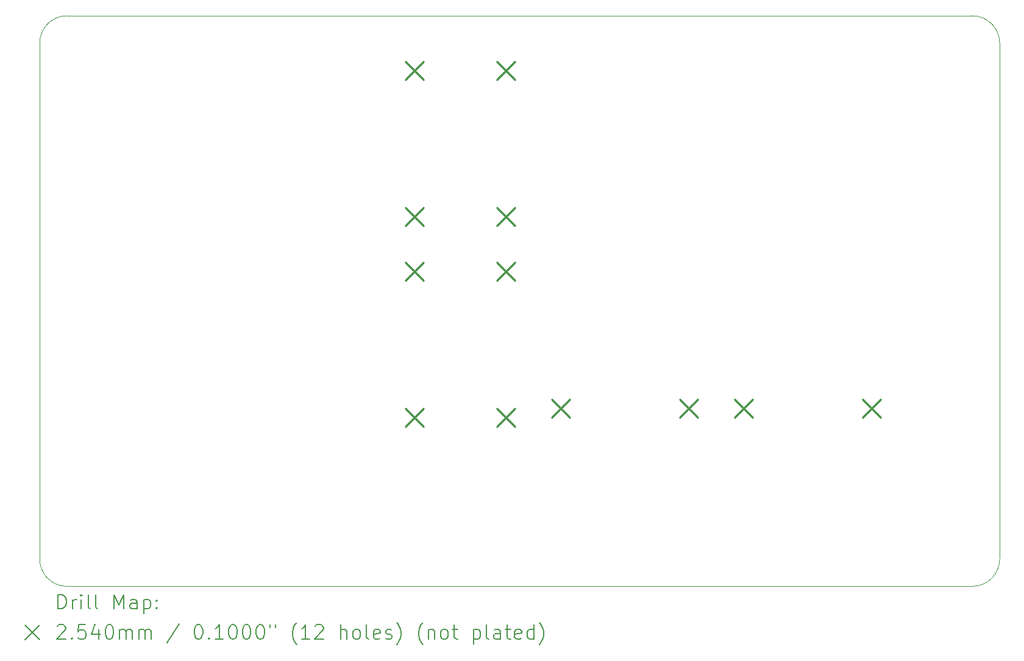
<source format=gbr>
%FSLAX45Y45*%
G04 Gerber Fmt 4.5, Leading zero omitted, Abs format (unit mm)*
G04 Created by KiCad (PCBNEW (6.0.5-0)) date 2022-09-02 11:49:23*
%MOMM*%
%LPD*%
G01*
G04 APERTURE LIST*
%TA.AperFunction,Profile*%
%ADD10C,0.050000*%
%TD*%
%ADD11C,0.200000*%
%ADD12C,0.254000*%
G04 APERTURE END LIST*
D10*
X9144000Y-5715000D02*
G75*
G03*
X8763000Y-6096000I0J-381000D01*
G01*
X8763000Y-13271500D02*
G75*
G03*
X9144000Y-13652500I381000J0D01*
G01*
X21717000Y-13652500D02*
G75*
G03*
X22098000Y-13271500I0J381000D01*
G01*
X8763000Y-13271500D02*
X8763000Y-6096000D01*
X22098000Y-6096000D02*
X22098000Y-13271500D01*
X22098000Y-6096000D02*
G75*
G03*
X21717000Y-5715000I-381000J0D01*
G01*
X9144000Y-13652500D02*
X21717000Y-13652500D01*
X9144000Y-5715000D02*
X21717000Y-5715000D01*
D11*
D12*
X13843000Y-6350000D02*
X14097000Y-6604000D01*
X14097000Y-6350000D02*
X13843000Y-6604000D01*
X13843000Y-8382000D02*
X14097000Y-8636000D01*
X14097000Y-8382000D02*
X13843000Y-8636000D01*
X13843000Y-9144000D02*
X14097000Y-9398000D01*
X14097000Y-9144000D02*
X13843000Y-9398000D01*
X13843000Y-11176000D02*
X14097000Y-11430000D01*
X14097000Y-11176000D02*
X13843000Y-11430000D01*
X15113000Y-6350000D02*
X15367000Y-6604000D01*
X15367000Y-6350000D02*
X15113000Y-6604000D01*
X15113000Y-8382000D02*
X15367000Y-8636000D01*
X15367000Y-8382000D02*
X15113000Y-8636000D01*
X15113000Y-9144000D02*
X15367000Y-9398000D01*
X15367000Y-9144000D02*
X15113000Y-9398000D01*
X15113000Y-11176000D02*
X15367000Y-11430000D01*
X15367000Y-11176000D02*
X15113000Y-11430000D01*
X15875000Y-11049000D02*
X16129000Y-11303000D01*
X16129000Y-11049000D02*
X15875000Y-11303000D01*
X17653000Y-11049000D02*
X17907000Y-11303000D01*
X17907000Y-11049000D02*
X17653000Y-11303000D01*
X18415000Y-11049000D02*
X18669000Y-11303000D01*
X18669000Y-11049000D02*
X18415000Y-11303000D01*
X20193000Y-11049000D02*
X20447000Y-11303000D01*
X20447000Y-11049000D02*
X20193000Y-11303000D01*
D11*
X9018119Y-13965476D02*
X9018119Y-13765476D01*
X9065738Y-13765476D01*
X9094310Y-13775000D01*
X9113357Y-13794048D01*
X9122881Y-13813095D01*
X9132405Y-13851190D01*
X9132405Y-13879762D01*
X9122881Y-13917857D01*
X9113357Y-13936905D01*
X9094310Y-13955952D01*
X9065738Y-13965476D01*
X9018119Y-13965476D01*
X9218119Y-13965476D02*
X9218119Y-13832143D01*
X9218119Y-13870238D02*
X9227643Y-13851190D01*
X9237167Y-13841667D01*
X9256214Y-13832143D01*
X9275262Y-13832143D01*
X9341929Y-13965476D02*
X9341929Y-13832143D01*
X9341929Y-13765476D02*
X9332405Y-13775000D01*
X9341929Y-13784524D01*
X9351452Y-13775000D01*
X9341929Y-13765476D01*
X9341929Y-13784524D01*
X9465738Y-13965476D02*
X9446690Y-13955952D01*
X9437167Y-13936905D01*
X9437167Y-13765476D01*
X9570500Y-13965476D02*
X9551452Y-13955952D01*
X9541929Y-13936905D01*
X9541929Y-13765476D01*
X9799071Y-13965476D02*
X9799071Y-13765476D01*
X9865738Y-13908333D01*
X9932405Y-13765476D01*
X9932405Y-13965476D01*
X10113357Y-13965476D02*
X10113357Y-13860714D01*
X10103833Y-13841667D01*
X10084786Y-13832143D01*
X10046690Y-13832143D01*
X10027643Y-13841667D01*
X10113357Y-13955952D02*
X10094310Y-13965476D01*
X10046690Y-13965476D01*
X10027643Y-13955952D01*
X10018119Y-13936905D01*
X10018119Y-13917857D01*
X10027643Y-13898809D01*
X10046690Y-13889286D01*
X10094310Y-13889286D01*
X10113357Y-13879762D01*
X10208595Y-13832143D02*
X10208595Y-14032143D01*
X10208595Y-13841667D02*
X10227643Y-13832143D01*
X10265738Y-13832143D01*
X10284786Y-13841667D01*
X10294310Y-13851190D01*
X10303833Y-13870238D01*
X10303833Y-13927381D01*
X10294310Y-13946428D01*
X10284786Y-13955952D01*
X10265738Y-13965476D01*
X10227643Y-13965476D01*
X10208595Y-13955952D01*
X10389548Y-13946428D02*
X10399071Y-13955952D01*
X10389548Y-13965476D01*
X10380024Y-13955952D01*
X10389548Y-13946428D01*
X10389548Y-13965476D01*
X10389548Y-13841667D02*
X10399071Y-13851190D01*
X10389548Y-13860714D01*
X10380024Y-13851190D01*
X10389548Y-13841667D01*
X10389548Y-13860714D01*
X8560500Y-14195000D02*
X8760500Y-14395000D01*
X8760500Y-14195000D02*
X8560500Y-14395000D01*
X9008595Y-14204524D02*
X9018119Y-14195000D01*
X9037167Y-14185476D01*
X9084786Y-14185476D01*
X9103833Y-14195000D01*
X9113357Y-14204524D01*
X9122881Y-14223571D01*
X9122881Y-14242619D01*
X9113357Y-14271190D01*
X8999071Y-14385476D01*
X9122881Y-14385476D01*
X9208595Y-14366428D02*
X9218119Y-14375952D01*
X9208595Y-14385476D01*
X9199071Y-14375952D01*
X9208595Y-14366428D01*
X9208595Y-14385476D01*
X9399071Y-14185476D02*
X9303833Y-14185476D01*
X9294310Y-14280714D01*
X9303833Y-14271190D01*
X9322881Y-14261667D01*
X9370500Y-14261667D01*
X9389548Y-14271190D01*
X9399071Y-14280714D01*
X9408595Y-14299762D01*
X9408595Y-14347381D01*
X9399071Y-14366428D01*
X9389548Y-14375952D01*
X9370500Y-14385476D01*
X9322881Y-14385476D01*
X9303833Y-14375952D01*
X9294310Y-14366428D01*
X9580024Y-14252143D02*
X9580024Y-14385476D01*
X9532405Y-14175952D02*
X9484786Y-14318809D01*
X9608595Y-14318809D01*
X9722881Y-14185476D02*
X9741929Y-14185476D01*
X9760976Y-14195000D01*
X9770500Y-14204524D01*
X9780024Y-14223571D01*
X9789548Y-14261667D01*
X9789548Y-14309286D01*
X9780024Y-14347381D01*
X9770500Y-14366428D01*
X9760976Y-14375952D01*
X9741929Y-14385476D01*
X9722881Y-14385476D01*
X9703833Y-14375952D01*
X9694310Y-14366428D01*
X9684786Y-14347381D01*
X9675262Y-14309286D01*
X9675262Y-14261667D01*
X9684786Y-14223571D01*
X9694310Y-14204524D01*
X9703833Y-14195000D01*
X9722881Y-14185476D01*
X9875262Y-14385476D02*
X9875262Y-14252143D01*
X9875262Y-14271190D02*
X9884786Y-14261667D01*
X9903833Y-14252143D01*
X9932405Y-14252143D01*
X9951452Y-14261667D01*
X9960976Y-14280714D01*
X9960976Y-14385476D01*
X9960976Y-14280714D02*
X9970500Y-14261667D01*
X9989548Y-14252143D01*
X10018119Y-14252143D01*
X10037167Y-14261667D01*
X10046690Y-14280714D01*
X10046690Y-14385476D01*
X10141929Y-14385476D02*
X10141929Y-14252143D01*
X10141929Y-14271190D02*
X10151452Y-14261667D01*
X10170500Y-14252143D01*
X10199071Y-14252143D01*
X10218119Y-14261667D01*
X10227643Y-14280714D01*
X10227643Y-14385476D01*
X10227643Y-14280714D02*
X10237167Y-14261667D01*
X10256214Y-14252143D01*
X10284786Y-14252143D01*
X10303833Y-14261667D01*
X10313357Y-14280714D01*
X10313357Y-14385476D01*
X10703833Y-14175952D02*
X10532405Y-14433095D01*
X10960976Y-14185476D02*
X10980024Y-14185476D01*
X10999071Y-14195000D01*
X11008595Y-14204524D01*
X11018119Y-14223571D01*
X11027643Y-14261667D01*
X11027643Y-14309286D01*
X11018119Y-14347381D01*
X11008595Y-14366428D01*
X10999071Y-14375952D01*
X10980024Y-14385476D01*
X10960976Y-14385476D01*
X10941929Y-14375952D01*
X10932405Y-14366428D01*
X10922881Y-14347381D01*
X10913357Y-14309286D01*
X10913357Y-14261667D01*
X10922881Y-14223571D01*
X10932405Y-14204524D01*
X10941929Y-14195000D01*
X10960976Y-14185476D01*
X11113357Y-14366428D02*
X11122881Y-14375952D01*
X11113357Y-14385476D01*
X11103833Y-14375952D01*
X11113357Y-14366428D01*
X11113357Y-14385476D01*
X11313357Y-14385476D02*
X11199071Y-14385476D01*
X11256214Y-14385476D02*
X11256214Y-14185476D01*
X11237167Y-14214048D01*
X11218119Y-14233095D01*
X11199071Y-14242619D01*
X11437167Y-14185476D02*
X11456214Y-14185476D01*
X11475262Y-14195000D01*
X11484786Y-14204524D01*
X11494309Y-14223571D01*
X11503833Y-14261667D01*
X11503833Y-14309286D01*
X11494309Y-14347381D01*
X11484786Y-14366428D01*
X11475262Y-14375952D01*
X11456214Y-14385476D01*
X11437167Y-14385476D01*
X11418119Y-14375952D01*
X11408595Y-14366428D01*
X11399071Y-14347381D01*
X11389548Y-14309286D01*
X11389548Y-14261667D01*
X11399071Y-14223571D01*
X11408595Y-14204524D01*
X11418119Y-14195000D01*
X11437167Y-14185476D01*
X11627643Y-14185476D02*
X11646690Y-14185476D01*
X11665738Y-14195000D01*
X11675262Y-14204524D01*
X11684786Y-14223571D01*
X11694309Y-14261667D01*
X11694309Y-14309286D01*
X11684786Y-14347381D01*
X11675262Y-14366428D01*
X11665738Y-14375952D01*
X11646690Y-14385476D01*
X11627643Y-14385476D01*
X11608595Y-14375952D01*
X11599071Y-14366428D01*
X11589548Y-14347381D01*
X11580024Y-14309286D01*
X11580024Y-14261667D01*
X11589548Y-14223571D01*
X11599071Y-14204524D01*
X11608595Y-14195000D01*
X11627643Y-14185476D01*
X11818119Y-14185476D02*
X11837167Y-14185476D01*
X11856214Y-14195000D01*
X11865738Y-14204524D01*
X11875262Y-14223571D01*
X11884786Y-14261667D01*
X11884786Y-14309286D01*
X11875262Y-14347381D01*
X11865738Y-14366428D01*
X11856214Y-14375952D01*
X11837167Y-14385476D01*
X11818119Y-14385476D01*
X11799071Y-14375952D01*
X11789548Y-14366428D01*
X11780024Y-14347381D01*
X11770500Y-14309286D01*
X11770500Y-14261667D01*
X11780024Y-14223571D01*
X11789548Y-14204524D01*
X11799071Y-14195000D01*
X11818119Y-14185476D01*
X11960976Y-14185476D02*
X11960976Y-14223571D01*
X12037167Y-14185476D02*
X12037167Y-14223571D01*
X12332405Y-14461667D02*
X12322881Y-14452143D01*
X12303833Y-14423571D01*
X12294309Y-14404524D01*
X12284786Y-14375952D01*
X12275262Y-14328333D01*
X12275262Y-14290238D01*
X12284786Y-14242619D01*
X12294309Y-14214048D01*
X12303833Y-14195000D01*
X12322881Y-14166428D01*
X12332405Y-14156905D01*
X12513357Y-14385476D02*
X12399071Y-14385476D01*
X12456214Y-14385476D02*
X12456214Y-14185476D01*
X12437167Y-14214048D01*
X12418119Y-14233095D01*
X12399071Y-14242619D01*
X12589548Y-14204524D02*
X12599071Y-14195000D01*
X12618119Y-14185476D01*
X12665738Y-14185476D01*
X12684786Y-14195000D01*
X12694309Y-14204524D01*
X12703833Y-14223571D01*
X12703833Y-14242619D01*
X12694309Y-14271190D01*
X12580024Y-14385476D01*
X12703833Y-14385476D01*
X12941928Y-14385476D02*
X12941928Y-14185476D01*
X13027643Y-14385476D02*
X13027643Y-14280714D01*
X13018119Y-14261667D01*
X12999071Y-14252143D01*
X12970500Y-14252143D01*
X12951452Y-14261667D01*
X12941928Y-14271190D01*
X13151452Y-14385476D02*
X13132405Y-14375952D01*
X13122881Y-14366428D01*
X13113357Y-14347381D01*
X13113357Y-14290238D01*
X13122881Y-14271190D01*
X13132405Y-14261667D01*
X13151452Y-14252143D01*
X13180024Y-14252143D01*
X13199071Y-14261667D01*
X13208595Y-14271190D01*
X13218119Y-14290238D01*
X13218119Y-14347381D01*
X13208595Y-14366428D01*
X13199071Y-14375952D01*
X13180024Y-14385476D01*
X13151452Y-14385476D01*
X13332405Y-14385476D02*
X13313357Y-14375952D01*
X13303833Y-14356905D01*
X13303833Y-14185476D01*
X13484786Y-14375952D02*
X13465738Y-14385476D01*
X13427643Y-14385476D01*
X13408595Y-14375952D01*
X13399071Y-14356905D01*
X13399071Y-14280714D01*
X13408595Y-14261667D01*
X13427643Y-14252143D01*
X13465738Y-14252143D01*
X13484786Y-14261667D01*
X13494309Y-14280714D01*
X13494309Y-14299762D01*
X13399071Y-14318809D01*
X13570500Y-14375952D02*
X13589548Y-14385476D01*
X13627643Y-14385476D01*
X13646690Y-14375952D01*
X13656214Y-14356905D01*
X13656214Y-14347381D01*
X13646690Y-14328333D01*
X13627643Y-14318809D01*
X13599071Y-14318809D01*
X13580024Y-14309286D01*
X13570500Y-14290238D01*
X13570500Y-14280714D01*
X13580024Y-14261667D01*
X13599071Y-14252143D01*
X13627643Y-14252143D01*
X13646690Y-14261667D01*
X13722881Y-14461667D02*
X13732405Y-14452143D01*
X13751452Y-14423571D01*
X13760976Y-14404524D01*
X13770500Y-14375952D01*
X13780024Y-14328333D01*
X13780024Y-14290238D01*
X13770500Y-14242619D01*
X13760976Y-14214048D01*
X13751452Y-14195000D01*
X13732405Y-14166428D01*
X13722881Y-14156905D01*
X14084786Y-14461667D02*
X14075262Y-14452143D01*
X14056214Y-14423571D01*
X14046690Y-14404524D01*
X14037167Y-14375952D01*
X14027643Y-14328333D01*
X14027643Y-14290238D01*
X14037167Y-14242619D01*
X14046690Y-14214048D01*
X14056214Y-14195000D01*
X14075262Y-14166428D01*
X14084786Y-14156905D01*
X14160976Y-14252143D02*
X14160976Y-14385476D01*
X14160976Y-14271190D02*
X14170500Y-14261667D01*
X14189548Y-14252143D01*
X14218119Y-14252143D01*
X14237167Y-14261667D01*
X14246690Y-14280714D01*
X14246690Y-14385476D01*
X14370500Y-14385476D02*
X14351452Y-14375952D01*
X14341928Y-14366428D01*
X14332405Y-14347381D01*
X14332405Y-14290238D01*
X14341928Y-14271190D01*
X14351452Y-14261667D01*
X14370500Y-14252143D01*
X14399071Y-14252143D01*
X14418119Y-14261667D01*
X14427643Y-14271190D01*
X14437167Y-14290238D01*
X14437167Y-14347381D01*
X14427643Y-14366428D01*
X14418119Y-14375952D01*
X14399071Y-14385476D01*
X14370500Y-14385476D01*
X14494309Y-14252143D02*
X14570500Y-14252143D01*
X14522881Y-14185476D02*
X14522881Y-14356905D01*
X14532405Y-14375952D01*
X14551452Y-14385476D01*
X14570500Y-14385476D01*
X14789548Y-14252143D02*
X14789548Y-14452143D01*
X14789548Y-14261667D02*
X14808595Y-14252143D01*
X14846690Y-14252143D01*
X14865738Y-14261667D01*
X14875262Y-14271190D01*
X14884786Y-14290238D01*
X14884786Y-14347381D01*
X14875262Y-14366428D01*
X14865738Y-14375952D01*
X14846690Y-14385476D01*
X14808595Y-14385476D01*
X14789548Y-14375952D01*
X14999071Y-14385476D02*
X14980024Y-14375952D01*
X14970500Y-14356905D01*
X14970500Y-14185476D01*
X15160976Y-14385476D02*
X15160976Y-14280714D01*
X15151452Y-14261667D01*
X15132405Y-14252143D01*
X15094309Y-14252143D01*
X15075262Y-14261667D01*
X15160976Y-14375952D02*
X15141928Y-14385476D01*
X15094309Y-14385476D01*
X15075262Y-14375952D01*
X15065738Y-14356905D01*
X15065738Y-14337857D01*
X15075262Y-14318809D01*
X15094309Y-14309286D01*
X15141928Y-14309286D01*
X15160976Y-14299762D01*
X15227643Y-14252143D02*
X15303833Y-14252143D01*
X15256214Y-14185476D02*
X15256214Y-14356905D01*
X15265738Y-14375952D01*
X15284786Y-14385476D01*
X15303833Y-14385476D01*
X15446690Y-14375952D02*
X15427643Y-14385476D01*
X15389548Y-14385476D01*
X15370500Y-14375952D01*
X15360976Y-14356905D01*
X15360976Y-14280714D01*
X15370500Y-14261667D01*
X15389548Y-14252143D01*
X15427643Y-14252143D01*
X15446690Y-14261667D01*
X15456214Y-14280714D01*
X15456214Y-14299762D01*
X15360976Y-14318809D01*
X15627643Y-14385476D02*
X15627643Y-14185476D01*
X15627643Y-14375952D02*
X15608595Y-14385476D01*
X15570500Y-14385476D01*
X15551452Y-14375952D01*
X15541928Y-14366428D01*
X15532405Y-14347381D01*
X15532405Y-14290238D01*
X15541928Y-14271190D01*
X15551452Y-14261667D01*
X15570500Y-14252143D01*
X15608595Y-14252143D01*
X15627643Y-14261667D01*
X15703833Y-14461667D02*
X15713357Y-14452143D01*
X15732405Y-14423571D01*
X15741928Y-14404524D01*
X15751452Y-14375952D01*
X15760976Y-14328333D01*
X15760976Y-14290238D01*
X15751452Y-14242619D01*
X15741928Y-14214048D01*
X15732405Y-14195000D01*
X15713357Y-14166428D01*
X15703833Y-14156905D01*
M02*

</source>
